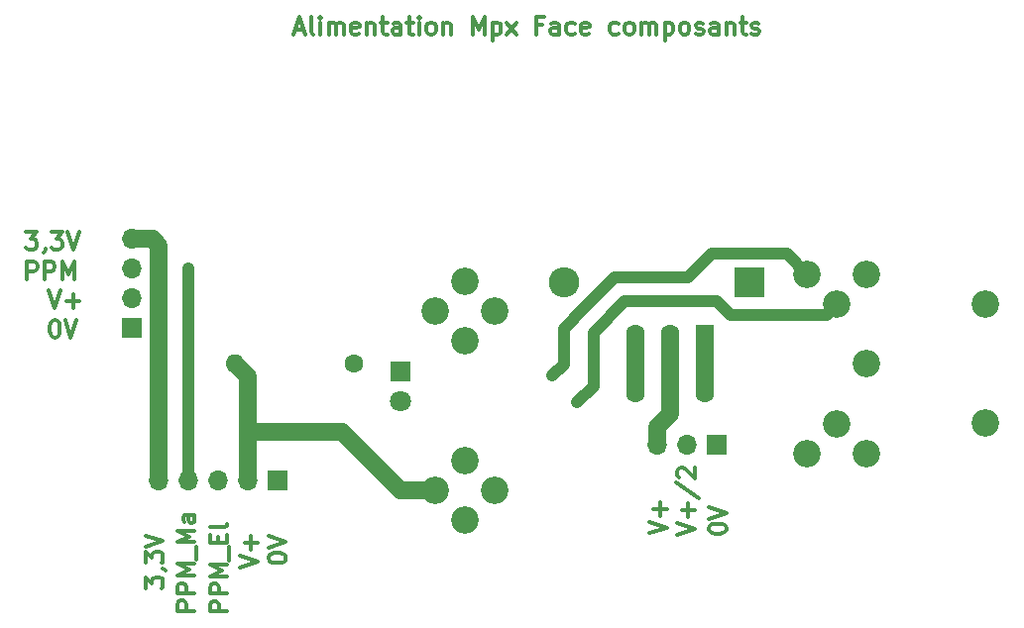
<source format=gbr>
G04 #@! TF.GenerationSoftware,KiCad,Pcbnew,(5.0.2)-1*
G04 #@! TF.CreationDate,2019-11-09T14:17:09+01:00*
G04 #@! TF.ProjectId,MPX_Alimentation,4d50585f-416c-4696-9d65-6e746174696f,v1.0*
G04 #@! TF.SameCoordinates,Original*
G04 #@! TF.FileFunction,Copper,L1,Top*
G04 #@! TF.FilePolarity,Positive*
%FSLAX46Y46*%
G04 Gerber Fmt 4.6, Leading zero omitted, Abs format (unit mm)*
G04 Created by KiCad (PCBNEW (5.0.2)-1) date 09/11/2019 14:17:09*
%MOMM*%
%LPD*%
G01*
G04 APERTURE LIST*
G04 #@! TA.AperFunction,NonConductor*
%ADD10C,0.300000*%
G04 #@! TD*
G04 #@! TA.AperFunction,ComponentPad*
%ADD11R,2.600000X2.600000*%
G04 #@! TD*
G04 #@! TA.AperFunction,ComponentPad*
%ADD12O,2.600000X2.600000*%
G04 #@! TD*
G04 #@! TA.AperFunction,ComponentPad*
%ADD13R,1.600000X1.600000*%
G04 #@! TD*
G04 #@! TA.AperFunction,ComponentPad*
%ADD14C,1.600000*%
G04 #@! TD*
G04 #@! TA.AperFunction,ComponentPad*
%ADD15O,1.600000X1.600000*%
G04 #@! TD*
G04 #@! TA.AperFunction,ComponentPad*
%ADD16C,2.350000*%
G04 #@! TD*
G04 #@! TA.AperFunction,ComponentPad*
%ADD17R,1.800000X1.800000*%
G04 #@! TD*
G04 #@! TA.AperFunction,ComponentPad*
%ADD18C,1.800000*%
G04 #@! TD*
G04 #@! TA.AperFunction,ComponentPad*
%ADD19R,1.700000X1.700000*%
G04 #@! TD*
G04 #@! TA.AperFunction,ComponentPad*
%ADD20O,1.700000X1.700000*%
G04 #@! TD*
G04 #@! TA.AperFunction,ViaPad*
%ADD21C,1.000000*%
G04 #@! TD*
G04 #@! TA.AperFunction,Conductor*
%ADD22C,1.500000*%
G04 #@! TD*
G04 #@! TA.AperFunction,Conductor*
%ADD23C,1.000000*%
G04 #@! TD*
G04 APERTURE END LIST*
D10*
X103080000Y-85833571D02*
X103080000Y-84333571D01*
X103651428Y-84333571D01*
X103794285Y-84405000D01*
X103865714Y-84476428D01*
X103937142Y-84619285D01*
X103937142Y-84833571D01*
X103865714Y-84976428D01*
X103794285Y-85047857D01*
X103651428Y-85119285D01*
X103080000Y-85119285D01*
X104580000Y-85833571D02*
X104580000Y-84333571D01*
X105151428Y-84333571D01*
X105294285Y-84405000D01*
X105365714Y-84476428D01*
X105437142Y-84619285D01*
X105437142Y-84833571D01*
X105365714Y-84976428D01*
X105294285Y-85047857D01*
X105151428Y-85119285D01*
X104580000Y-85119285D01*
X106080000Y-85833571D02*
X106080000Y-84333571D01*
X106580000Y-85405000D01*
X107080000Y-84333571D01*
X107080000Y-85833571D01*
X102992714Y-81793571D02*
X103921285Y-81793571D01*
X103421285Y-82365000D01*
X103635571Y-82365000D01*
X103778428Y-82436428D01*
X103849857Y-82507857D01*
X103921285Y-82650714D01*
X103921285Y-83007857D01*
X103849857Y-83150714D01*
X103778428Y-83222142D01*
X103635571Y-83293571D01*
X103207000Y-83293571D01*
X103064142Y-83222142D01*
X102992714Y-83150714D01*
X104635571Y-83222142D02*
X104635571Y-83293571D01*
X104564142Y-83436428D01*
X104492714Y-83507857D01*
X105135571Y-81793571D02*
X106064142Y-81793571D01*
X105564142Y-82365000D01*
X105778428Y-82365000D01*
X105921285Y-82436428D01*
X105992714Y-82507857D01*
X106064142Y-82650714D01*
X106064142Y-83007857D01*
X105992714Y-83150714D01*
X105921285Y-83222142D01*
X105778428Y-83293571D01*
X105349857Y-83293571D01*
X105207000Y-83222142D01*
X105135571Y-83150714D01*
X106492714Y-81793571D02*
X106992714Y-83293571D01*
X107492714Y-81793571D01*
X105381714Y-89286571D02*
X105524571Y-89286571D01*
X105667428Y-89358000D01*
X105738857Y-89429428D01*
X105810285Y-89572285D01*
X105881714Y-89858000D01*
X105881714Y-90215142D01*
X105810285Y-90500857D01*
X105738857Y-90643714D01*
X105667428Y-90715142D01*
X105524571Y-90786571D01*
X105381714Y-90786571D01*
X105238857Y-90715142D01*
X105167428Y-90643714D01*
X105096000Y-90500857D01*
X105024571Y-90215142D01*
X105024571Y-89858000D01*
X105096000Y-89572285D01*
X105167428Y-89429428D01*
X105238857Y-89358000D01*
X105381714Y-89286571D01*
X106310285Y-89286571D02*
X106810285Y-90786571D01*
X107310285Y-89286571D01*
X104921428Y-86746571D02*
X105421428Y-88246571D01*
X105921428Y-86746571D01*
X106421428Y-87675142D02*
X107564285Y-87675142D01*
X106992857Y-88246571D02*
X106992857Y-87103714D01*
X121278571Y-110428571D02*
X122778571Y-109928571D01*
X121278571Y-109428571D01*
X122207142Y-108928571D02*
X122207142Y-107785714D01*
X122778571Y-108357142D02*
X121635714Y-108357142D01*
X156201571Y-107538571D02*
X157701571Y-107038571D01*
X156201571Y-106538571D01*
X157130142Y-106038571D02*
X157130142Y-104895714D01*
X157701571Y-105467142D02*
X156558714Y-105467142D01*
X158614571Y-107641571D02*
X160114571Y-107141571D01*
X158614571Y-106641571D01*
X159543142Y-106141571D02*
X159543142Y-104998714D01*
X160114571Y-105570142D02*
X158971714Y-105570142D01*
X158543142Y-103213000D02*
X160471714Y-104498714D01*
X158757428Y-102784428D02*
X158686000Y-102713000D01*
X158614571Y-102570142D01*
X158614571Y-102213000D01*
X158686000Y-102070142D01*
X158757428Y-101998714D01*
X158900285Y-101927285D01*
X159043142Y-101927285D01*
X159257428Y-101998714D01*
X160114571Y-102855857D01*
X160114571Y-101927285D01*
X161281571Y-107205285D02*
X161281571Y-107062428D01*
X161353000Y-106919571D01*
X161424428Y-106848142D01*
X161567285Y-106776714D01*
X161853000Y-106705285D01*
X162210142Y-106705285D01*
X162495857Y-106776714D01*
X162638714Y-106848142D01*
X162710142Y-106919571D01*
X162781571Y-107062428D01*
X162781571Y-107205285D01*
X162710142Y-107348142D01*
X162638714Y-107419571D01*
X162495857Y-107491000D01*
X162210142Y-107562428D01*
X161853000Y-107562428D01*
X161567285Y-107491000D01*
X161424428Y-107419571D01*
X161353000Y-107348142D01*
X161281571Y-107205285D01*
X161281571Y-106276714D02*
X162781571Y-105776714D01*
X161281571Y-105276714D01*
X123678571Y-109714285D02*
X123678571Y-109571428D01*
X123750000Y-109428571D01*
X123821428Y-109357142D01*
X123964285Y-109285714D01*
X124250000Y-109214285D01*
X124607142Y-109214285D01*
X124892857Y-109285714D01*
X125035714Y-109357142D01*
X125107142Y-109428571D01*
X125178571Y-109571428D01*
X125178571Y-109714285D01*
X125107142Y-109857142D01*
X125035714Y-109928571D01*
X124892857Y-110000000D01*
X124607142Y-110071428D01*
X124250000Y-110071428D01*
X123964285Y-110000000D01*
X123821428Y-109928571D01*
X123750000Y-109857142D01*
X123678571Y-109714285D01*
X123678571Y-108785714D02*
X125178571Y-108285714D01*
X123678571Y-107785714D01*
X117395571Y-114154142D02*
X115895571Y-114154142D01*
X115895571Y-113582714D01*
X115967000Y-113439857D01*
X116038428Y-113368428D01*
X116181285Y-113297000D01*
X116395571Y-113297000D01*
X116538428Y-113368428D01*
X116609857Y-113439857D01*
X116681285Y-113582714D01*
X116681285Y-114154142D01*
X117395571Y-112654142D02*
X115895571Y-112654142D01*
X115895571Y-112082714D01*
X115967000Y-111939857D01*
X116038428Y-111868428D01*
X116181285Y-111797000D01*
X116395571Y-111797000D01*
X116538428Y-111868428D01*
X116609857Y-111939857D01*
X116681285Y-112082714D01*
X116681285Y-112654142D01*
X117395571Y-111154142D02*
X115895571Y-111154142D01*
X116967000Y-110654142D01*
X115895571Y-110154142D01*
X117395571Y-110154142D01*
X117538428Y-109797000D02*
X117538428Y-108654142D01*
X117395571Y-108297000D02*
X115895571Y-108297000D01*
X116967000Y-107797000D01*
X115895571Y-107297000D01*
X117395571Y-107297000D01*
X117395571Y-105939857D02*
X116609857Y-105939857D01*
X116467000Y-106011285D01*
X116395571Y-106154142D01*
X116395571Y-106439857D01*
X116467000Y-106582714D01*
X117324142Y-105939857D02*
X117395571Y-106082714D01*
X117395571Y-106439857D01*
X117324142Y-106582714D01*
X117181285Y-106654142D01*
X117038428Y-106654142D01*
X116895571Y-106582714D01*
X116824142Y-106439857D01*
X116824142Y-106082714D01*
X116752714Y-105939857D01*
X120189571Y-114197857D02*
X118689571Y-114197857D01*
X118689571Y-113626428D01*
X118761000Y-113483571D01*
X118832428Y-113412142D01*
X118975285Y-113340714D01*
X119189571Y-113340714D01*
X119332428Y-113412142D01*
X119403857Y-113483571D01*
X119475285Y-113626428D01*
X119475285Y-114197857D01*
X120189571Y-112697857D02*
X118689571Y-112697857D01*
X118689571Y-112126428D01*
X118761000Y-111983571D01*
X118832428Y-111912142D01*
X118975285Y-111840714D01*
X119189571Y-111840714D01*
X119332428Y-111912142D01*
X119403857Y-111983571D01*
X119475285Y-112126428D01*
X119475285Y-112697857D01*
X120189571Y-111197857D02*
X118689571Y-111197857D01*
X119761000Y-110697857D01*
X118689571Y-110197857D01*
X120189571Y-110197857D01*
X120332428Y-109840714D02*
X120332428Y-108697857D01*
X119403857Y-108340714D02*
X119403857Y-107840714D01*
X120189571Y-107626428D02*
X120189571Y-108340714D01*
X118689571Y-108340714D01*
X118689571Y-107626428D01*
X120189571Y-106769285D02*
X120118142Y-106912142D01*
X119975285Y-106983571D01*
X118689571Y-106983571D01*
X113178571Y-112214285D02*
X113178571Y-111285714D01*
X113750000Y-111785714D01*
X113750000Y-111571428D01*
X113821428Y-111428571D01*
X113892857Y-111357142D01*
X114035714Y-111285714D01*
X114392857Y-111285714D01*
X114535714Y-111357142D01*
X114607142Y-111428571D01*
X114678571Y-111571428D01*
X114678571Y-112000000D01*
X114607142Y-112142857D01*
X114535714Y-112214285D01*
X114607142Y-110571428D02*
X114678571Y-110571428D01*
X114821428Y-110642857D01*
X114892857Y-110714285D01*
X113178571Y-110071428D02*
X113178571Y-109142857D01*
X113750000Y-109642857D01*
X113750000Y-109428571D01*
X113821428Y-109285714D01*
X113892857Y-109214285D01*
X114035714Y-109142857D01*
X114392857Y-109142857D01*
X114535714Y-109214285D01*
X114607142Y-109285714D01*
X114678571Y-109428571D01*
X114678571Y-109857142D01*
X114607142Y-110000000D01*
X114535714Y-110071428D01*
X113178571Y-108714285D02*
X114678571Y-108214285D01*
X113178571Y-107714285D01*
X125978571Y-64450000D02*
X126692857Y-64450000D01*
X125835714Y-64878571D02*
X126335714Y-63378571D01*
X126835714Y-64878571D01*
X127549999Y-64878571D02*
X127407142Y-64807142D01*
X127335714Y-64664285D01*
X127335714Y-63378571D01*
X128121428Y-64878571D02*
X128121428Y-63878571D01*
X128121428Y-63378571D02*
X128049999Y-63450000D01*
X128121428Y-63521428D01*
X128192857Y-63450000D01*
X128121428Y-63378571D01*
X128121428Y-63521428D01*
X128835714Y-64878571D02*
X128835714Y-63878571D01*
X128835714Y-64021428D02*
X128907142Y-63950000D01*
X129049999Y-63878571D01*
X129264285Y-63878571D01*
X129407142Y-63950000D01*
X129478571Y-64092857D01*
X129478571Y-64878571D01*
X129478571Y-64092857D02*
X129549999Y-63950000D01*
X129692857Y-63878571D01*
X129907142Y-63878571D01*
X130049999Y-63950000D01*
X130121428Y-64092857D01*
X130121428Y-64878571D01*
X131407142Y-64807142D02*
X131264285Y-64878571D01*
X130978571Y-64878571D01*
X130835714Y-64807142D01*
X130764285Y-64664285D01*
X130764285Y-64092857D01*
X130835714Y-63950000D01*
X130978571Y-63878571D01*
X131264285Y-63878571D01*
X131407142Y-63950000D01*
X131478571Y-64092857D01*
X131478571Y-64235714D01*
X130764285Y-64378571D01*
X132121428Y-63878571D02*
X132121428Y-64878571D01*
X132121428Y-64021428D02*
X132192857Y-63950000D01*
X132335714Y-63878571D01*
X132549999Y-63878571D01*
X132692857Y-63950000D01*
X132764285Y-64092857D01*
X132764285Y-64878571D01*
X133264285Y-63878571D02*
X133835714Y-63878571D01*
X133478571Y-63378571D02*
X133478571Y-64664285D01*
X133549999Y-64807142D01*
X133692857Y-64878571D01*
X133835714Y-64878571D01*
X134978571Y-64878571D02*
X134978571Y-64092857D01*
X134907142Y-63950000D01*
X134764285Y-63878571D01*
X134478571Y-63878571D01*
X134335714Y-63950000D01*
X134978571Y-64807142D02*
X134835714Y-64878571D01*
X134478571Y-64878571D01*
X134335714Y-64807142D01*
X134264285Y-64664285D01*
X134264285Y-64521428D01*
X134335714Y-64378571D01*
X134478571Y-64307142D01*
X134835714Y-64307142D01*
X134978571Y-64235714D01*
X135478571Y-63878571D02*
X136050000Y-63878571D01*
X135692857Y-63378571D02*
X135692857Y-64664285D01*
X135764285Y-64807142D01*
X135907142Y-64878571D01*
X136050000Y-64878571D01*
X136550000Y-64878571D02*
X136550000Y-63878571D01*
X136550000Y-63378571D02*
X136478571Y-63450000D01*
X136550000Y-63521428D01*
X136621428Y-63450000D01*
X136550000Y-63378571D01*
X136550000Y-63521428D01*
X137478571Y-64878571D02*
X137335714Y-64807142D01*
X137264285Y-64735714D01*
X137192857Y-64592857D01*
X137192857Y-64164285D01*
X137264285Y-64021428D01*
X137335714Y-63950000D01*
X137478571Y-63878571D01*
X137692857Y-63878571D01*
X137835714Y-63950000D01*
X137907142Y-64021428D01*
X137978571Y-64164285D01*
X137978571Y-64592857D01*
X137907142Y-64735714D01*
X137835714Y-64807142D01*
X137692857Y-64878571D01*
X137478571Y-64878571D01*
X138621428Y-63878571D02*
X138621428Y-64878571D01*
X138621428Y-64021428D02*
X138692857Y-63950000D01*
X138835714Y-63878571D01*
X139050000Y-63878571D01*
X139192857Y-63950000D01*
X139264285Y-64092857D01*
X139264285Y-64878571D01*
X141121428Y-64878571D02*
X141121428Y-63378571D01*
X141621428Y-64450000D01*
X142121428Y-63378571D01*
X142121428Y-64878571D01*
X142835714Y-63878571D02*
X142835714Y-65378571D01*
X142835714Y-63950000D02*
X142978571Y-63878571D01*
X143264285Y-63878571D01*
X143407142Y-63950000D01*
X143478571Y-64021428D01*
X143550000Y-64164285D01*
X143550000Y-64592857D01*
X143478571Y-64735714D01*
X143407142Y-64807142D01*
X143264285Y-64878571D01*
X142978571Y-64878571D01*
X142835714Y-64807142D01*
X144050000Y-64878571D02*
X144835714Y-63878571D01*
X144050000Y-63878571D02*
X144835714Y-64878571D01*
X147050000Y-64092857D02*
X146550000Y-64092857D01*
X146550000Y-64878571D02*
X146550000Y-63378571D01*
X147264285Y-63378571D01*
X148478571Y-64878571D02*
X148478571Y-64092857D01*
X148407142Y-63950000D01*
X148264285Y-63878571D01*
X147978571Y-63878571D01*
X147835714Y-63950000D01*
X148478571Y-64807142D02*
X148335714Y-64878571D01*
X147978571Y-64878571D01*
X147835714Y-64807142D01*
X147764285Y-64664285D01*
X147764285Y-64521428D01*
X147835714Y-64378571D01*
X147978571Y-64307142D01*
X148335714Y-64307142D01*
X148478571Y-64235714D01*
X149835714Y-64807142D02*
X149692857Y-64878571D01*
X149407142Y-64878571D01*
X149264285Y-64807142D01*
X149192857Y-64735714D01*
X149121428Y-64592857D01*
X149121428Y-64164285D01*
X149192857Y-64021428D01*
X149264285Y-63950000D01*
X149407142Y-63878571D01*
X149692857Y-63878571D01*
X149835714Y-63950000D01*
X151050000Y-64807142D02*
X150907142Y-64878571D01*
X150621428Y-64878571D01*
X150478571Y-64807142D01*
X150407142Y-64664285D01*
X150407142Y-64092857D01*
X150478571Y-63950000D01*
X150621428Y-63878571D01*
X150907142Y-63878571D01*
X151050000Y-63950000D01*
X151121428Y-64092857D01*
X151121428Y-64235714D01*
X150407142Y-64378571D01*
X153550000Y-64807142D02*
X153407142Y-64878571D01*
X153121428Y-64878571D01*
X152978571Y-64807142D01*
X152907142Y-64735714D01*
X152835714Y-64592857D01*
X152835714Y-64164285D01*
X152907142Y-64021428D01*
X152978571Y-63950000D01*
X153121428Y-63878571D01*
X153407142Y-63878571D01*
X153550000Y-63950000D01*
X154407142Y-64878571D02*
X154264285Y-64807142D01*
X154192857Y-64735714D01*
X154121428Y-64592857D01*
X154121428Y-64164285D01*
X154192857Y-64021428D01*
X154264285Y-63950000D01*
X154407142Y-63878571D01*
X154621428Y-63878571D01*
X154764285Y-63950000D01*
X154835714Y-64021428D01*
X154907142Y-64164285D01*
X154907142Y-64592857D01*
X154835714Y-64735714D01*
X154764285Y-64807142D01*
X154621428Y-64878571D01*
X154407142Y-64878571D01*
X155550000Y-64878571D02*
X155550000Y-63878571D01*
X155550000Y-64021428D02*
X155621428Y-63950000D01*
X155764285Y-63878571D01*
X155978571Y-63878571D01*
X156121428Y-63950000D01*
X156192857Y-64092857D01*
X156192857Y-64878571D01*
X156192857Y-64092857D02*
X156264285Y-63950000D01*
X156407142Y-63878571D01*
X156621428Y-63878571D01*
X156764285Y-63950000D01*
X156835714Y-64092857D01*
X156835714Y-64878571D01*
X157550000Y-63878571D02*
X157550000Y-65378571D01*
X157550000Y-63950000D02*
X157692857Y-63878571D01*
X157978571Y-63878571D01*
X158121428Y-63950000D01*
X158192857Y-64021428D01*
X158264285Y-64164285D01*
X158264285Y-64592857D01*
X158192857Y-64735714D01*
X158121428Y-64807142D01*
X157978571Y-64878571D01*
X157692857Y-64878571D01*
X157550000Y-64807142D01*
X159121428Y-64878571D02*
X158978571Y-64807142D01*
X158907142Y-64735714D01*
X158835714Y-64592857D01*
X158835714Y-64164285D01*
X158907142Y-64021428D01*
X158978571Y-63950000D01*
X159121428Y-63878571D01*
X159335714Y-63878571D01*
X159478571Y-63950000D01*
X159550000Y-64021428D01*
X159621428Y-64164285D01*
X159621428Y-64592857D01*
X159550000Y-64735714D01*
X159478571Y-64807142D01*
X159335714Y-64878571D01*
X159121428Y-64878571D01*
X160192857Y-64807142D02*
X160335714Y-64878571D01*
X160621428Y-64878571D01*
X160764285Y-64807142D01*
X160835714Y-64664285D01*
X160835714Y-64592857D01*
X160764285Y-64450000D01*
X160621428Y-64378571D01*
X160407142Y-64378571D01*
X160264285Y-64307142D01*
X160192857Y-64164285D01*
X160192857Y-64092857D01*
X160264285Y-63950000D01*
X160407142Y-63878571D01*
X160621428Y-63878571D01*
X160764285Y-63950000D01*
X162121428Y-64878571D02*
X162121428Y-64092857D01*
X162050000Y-63950000D01*
X161907142Y-63878571D01*
X161621428Y-63878571D01*
X161478571Y-63950000D01*
X162121428Y-64807142D02*
X161978571Y-64878571D01*
X161621428Y-64878571D01*
X161478571Y-64807142D01*
X161407142Y-64664285D01*
X161407142Y-64521428D01*
X161478571Y-64378571D01*
X161621428Y-64307142D01*
X161978571Y-64307142D01*
X162121428Y-64235714D01*
X162835714Y-63878571D02*
X162835714Y-64878571D01*
X162835714Y-64021428D02*
X162907142Y-63950000D01*
X163050000Y-63878571D01*
X163264285Y-63878571D01*
X163407142Y-63950000D01*
X163478571Y-64092857D01*
X163478571Y-64878571D01*
X163978571Y-63878571D02*
X164550000Y-63878571D01*
X164192857Y-63378571D02*
X164192857Y-64664285D01*
X164264285Y-64807142D01*
X164407142Y-64878571D01*
X164550000Y-64878571D01*
X164978571Y-64807142D02*
X165121428Y-64878571D01*
X165407142Y-64878571D01*
X165550000Y-64807142D01*
X165621428Y-64664285D01*
X165621428Y-64592857D01*
X165550000Y-64450000D01*
X165407142Y-64378571D01*
X165192857Y-64378571D01*
X165050000Y-64307142D01*
X164978571Y-64164285D01*
X164978571Y-64092857D01*
X165050000Y-63950000D01*
X165192857Y-63878571D01*
X165407142Y-63878571D01*
X165550000Y-63950000D01*
D11*
G04 #@! TO.P,D1,1*
G04 #@! TO.N,/VCC_Chargeur*
X164770000Y-86044000D03*
D12*
G04 #@! TO.P,D1,2*
G04 #@! TO.N,Net-(D1-Pad2)*
X148895000Y-86044000D03*
G04 #@! TD*
D13*
G04 #@! TO.P,SW1,1*
G04 #@! TO.N,Net-(D1-Pad2)*
X161000000Y-90460000D03*
D14*
G04 #@! TO.P,SW1,2*
G04 #@! TO.N,Net-(P1-Pad3)*
X158000000Y-90460000D03*
G04 #@! TO.P,SW1,3*
G04 #@! TO.N,/VP_Em_Eleve*
X155000000Y-90460000D03*
G04 #@! TO.P,SW1,4*
G04 #@! TO.N,Net-(D1-Pad2)*
X161000000Y-95540000D03*
G04 #@! TO.P,SW1,5*
G04 #@! TO.N,Net-(P1-Pad3)*
X158000000Y-95540000D03*
G04 #@! TO.P,SW1,6*
G04 #@! TO.N,/VP_Em_Eleve*
X155000000Y-95540000D03*
G04 #@! TD*
G04 #@! TO.P,R1,1*
G04 #@! TO.N,Net-(D2-Pad1)*
X131000000Y-93000000D03*
D15*
G04 #@! TO.P,R1,2*
G04 #@! TO.N,Net-(F1-Pad1)*
X120840000Y-93000000D03*
G04 #@! TD*
D16*
G04 #@! TO.P,F1,2*
G04 #@! TO.N,/VP_Em_Eleve*
X140500000Y-91044000D03*
X140500000Y-85964000D03*
G04 #@! TO.P,F1,1*
G04 #@! TO.N,Net-(F1-Pad1)*
X140500000Y-101284000D03*
X140500000Y-106364000D03*
G04 #@! TO.P,F1,2*
G04 #@! TO.N,/VP_Em_Eleve*
X137960000Y-88504000D03*
X143040000Y-88504000D03*
G04 #@! TO.P,F1,1*
G04 #@! TO.N,Net-(F1-Pad1)*
X137960000Y-103824000D03*
X143040000Y-103824000D03*
G04 #@! TD*
G04 #@! TO.P,P4,*
G04 #@! TO.N,*
X184960000Y-98080000D03*
X184960000Y-87920000D03*
G04 #@! TO.P,P4,5*
G04 #@! TO.N,/VCC_2*
X172260000Y-98160000D03*
G04 #@! TO.P,P4,2*
G04 #@! TO.N,/VP_Em_Eleve*
X174800000Y-93000000D03*
G04 #@! TO.P,P4,4*
G04 #@! TO.N,/PPM_Eleve*
X172260000Y-87920000D03*
G04 #@! TO.P,P4,3*
G04 #@! TO.N,/0V*
X174800000Y-100700000D03*
G04 #@! TO.P,P4,7*
G04 #@! TO.N,N/C*
X169720000Y-100700000D03*
G04 #@! TO.P,P4,1*
G04 #@! TO.N,/VCC_Chargeur*
X174800000Y-85380000D03*
G04 #@! TO.P,P4,6*
G04 #@! TO.N,/PPM_Maitre*
X169720000Y-85380000D03*
G04 #@! TD*
D17*
G04 #@! TO.P,D2,1*
G04 #@! TO.N,Net-(D2-Pad1)*
X135000000Y-93700000D03*
D18*
G04 #@! TO.P,D2,2*
G04 #@! TO.N,/0V*
X135000000Y-96240000D03*
G04 #@! TD*
D19*
G04 #@! TO.P,P1,1*
G04 #@! TO.N,/0V*
X162000000Y-100000000D03*
D20*
G04 #@! TO.P,P1,2*
G04 #@! TO.N,/VCC_2*
X159460000Y-100000000D03*
G04 #@! TO.P,P1,3*
G04 #@! TO.N,Net-(P1-Pad3)*
X156920000Y-100000000D03*
G04 #@! TD*
D19*
G04 #@! TO.P,P2,1*
G04 #@! TO.N,/0V*
X124500000Y-103000000D03*
D20*
G04 #@! TO.P,P2,2*
G04 #@! TO.N,Net-(F1-Pad1)*
X121960000Y-103000000D03*
G04 #@! TO.P,P2,3*
G04 #@! TO.N,/PPM_Eleve*
X119420000Y-103000000D03*
G04 #@! TO.P,P2,4*
G04 #@! TO.N,/PPM_Maitre*
X116880000Y-103000000D03*
G04 #@! TO.P,P2,5*
G04 #@! TO.N,/3\002C3V*
X114340000Y-103000000D03*
G04 #@! TD*
D19*
G04 #@! TO.P,P3,1*
G04 #@! TO.N,/0V*
X112000000Y-90000000D03*
D20*
G04 #@! TO.P,P3,2*
G04 #@! TO.N,Net-(F1-Pad1)*
X112000000Y-87460000D03*
G04 #@! TO.P,P3,3*
G04 #@! TO.N,/PPM_Maitre*
X112000000Y-84920000D03*
G04 #@! TO.P,P3,4*
G04 #@! TO.N,/3\002C3V*
X112000000Y-82380000D03*
G04 #@! TD*
D21*
G04 #@! TO.N,/PPM_Maitre*
X116844000Y-84920000D03*
X147957000Y-94043000D03*
G04 #@! TO.N,/PPM_Eleve*
X150038000Y-96331000D03*
G04 #@! TD*
D22*
G04 #@! TO.N,Net-(D1-Pad2)*
X161000000Y-95540000D02*
X161000000Y-90460000D01*
G04 #@! TO.N,Net-(F1-Pad1)*
X121960000Y-96875000D02*
X121960000Y-94120000D01*
X121960000Y-98900000D02*
X121960000Y-96875000D01*
X121960000Y-94120000D02*
X120840000Y-93000000D01*
X121960000Y-98900000D02*
X130000000Y-98900000D01*
X130000000Y-98900000D02*
X134924000Y-103824000D01*
X121960000Y-103000000D02*
X121960000Y-98900000D01*
X134924000Y-103824000D02*
X137960000Y-103824000D01*
G04 #@! TO.N,Net-(P1-Pad3)*
X158000000Y-95540000D02*
X158000000Y-97339000D01*
X156920000Y-98419000D02*
X156920000Y-100000000D01*
X158000000Y-97339000D02*
X156920000Y-98419000D01*
X156920000Y-100000000D02*
X156920000Y-99380000D01*
X158000000Y-95540000D02*
X158000000Y-90460000D01*
G04 #@! TO.N,/VP_Em_Eleve*
X155000000Y-95540000D02*
X155000000Y-90460000D01*
D23*
G04 #@! TO.N,/PPM_Maitre*
X116844000Y-84920000D02*
X116844000Y-102964000D01*
X116844000Y-102964000D02*
X116880000Y-103000000D01*
X147957000Y-94043000D02*
X148900000Y-93100000D01*
X149800000Y-89200000D02*
X149800000Y-89156000D01*
X153293000Y-85663000D02*
X159516000Y-85663000D01*
X159516000Y-85663000D02*
X161548000Y-83631000D01*
X167971000Y-83631000D02*
X169720000Y-85380000D01*
X161548000Y-83631000D02*
X167971000Y-83631000D01*
X153293000Y-85663000D02*
X149800000Y-89156000D01*
X148900000Y-93100000D02*
X148900000Y-90056000D01*
X148900000Y-90056000D02*
X148944000Y-90056000D01*
X148944000Y-90056000D02*
X149800000Y-89200000D01*
G04 #@! TO.N,/PPM_Eleve*
X171342000Y-88838000D02*
X172260000Y-87920000D01*
X163119000Y-88838000D02*
X171342000Y-88838000D01*
X161976000Y-87695000D02*
X163119000Y-88838000D01*
X154102000Y-87695000D02*
X161976000Y-87695000D01*
X151435000Y-90362000D02*
X154102000Y-87695000D01*
X151435000Y-94934000D02*
X151435000Y-90362000D01*
X150038000Y-96331000D02*
X151435000Y-94934000D01*
D22*
G04 #@! TO.N,/3\002C3V*
X114340000Y-103000000D02*
X114340000Y-82905000D01*
X113815000Y-82380000D02*
X112000000Y-82380000D01*
X114340000Y-82905000D02*
X113815000Y-82380000D01*
G04 #@! TD*
M02*

</source>
